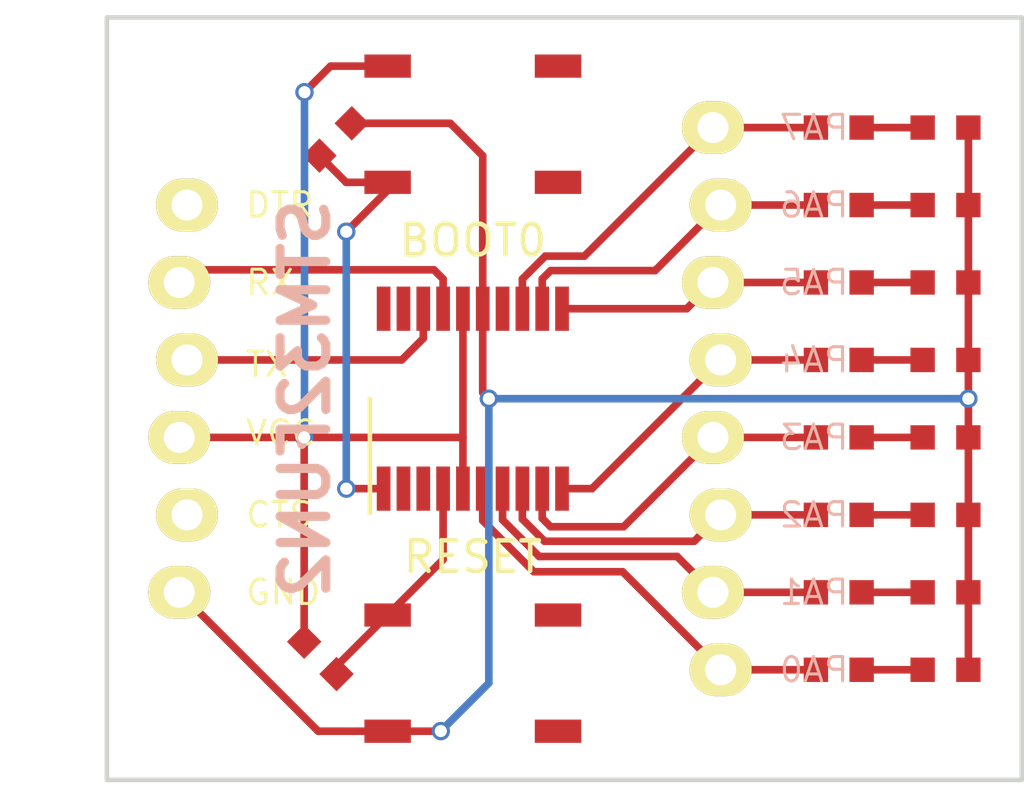
<source format=kicad_pcb>
(kicad_pcb (version 4) (host pcbnew 4.0.2+dfsg1-stable)

  (general
    (links 45)
    (no_connects 0)
    (area 134.294999 76.565 168.075001 104.285)
    (thickness 1.6)
    (drawings 5)
    (tracks 97)
    (zones 0)
    (modules 23)
    (nets 23)
  )

  (page A4)
  (layers
    (0 F.Cu signal)
    (31 B.Cu signal)
    (32 B.Adhes user)
    (33 F.Adhes user)
    (34 B.Paste user)
    (35 F.Paste user)
    (36 B.SilkS user)
    (37 F.SilkS user)
    (38 B.Mask user)
    (39 F.Mask user)
    (40 Dwgs.User user)
    (41 Cmts.User user)
    (42 Eco1.User user)
    (43 Eco2.User user)
    (44 Edge.Cuts user)
    (45 Margin user)
    (46 B.CrtYd user)
    (47 F.CrtYd user)
    (48 B.Fab user)
    (49 F.Fab user)
  )

  (setup
    (last_trace_width 0.25)
    (trace_clearance 0.2)
    (zone_clearance 0.508)
    (zone_45_only no)
    (trace_min 0.2)
    (segment_width 0.2)
    (edge_width 0.15)
    (via_size 0.6)
    (via_drill 0.4)
    (via_min_size 0.4)
    (via_min_drill 0.3)
    (uvia_size 0.3)
    (uvia_drill 0.1)
    (uvias_allowed no)
    (uvia_min_size 0.2)
    (uvia_min_drill 0.1)
    (pcb_text_width 0.3)
    (pcb_text_size 1.5 1.5)
    (mod_edge_width 0.15)
    (mod_text_size 1 1)
    (mod_text_width 0.15)
    (pad_size 0.8 0.8)
    (pad_drill 0)
    (pad_to_mask_clearance 0.2)
    (aux_axis_origin 0 0)
    (visible_elements FFFFFF7F)
    (pcbplotparams
      (layerselection 0x00030_80000001)
      (usegerberextensions false)
      (excludeedgelayer true)
      (linewidth 0.150000)
      (plotframeref false)
      (viasonmask false)
      (mode 1)
      (useauxorigin false)
      (hpglpennumber 1)
      (hpglpenspeed 20)
      (hpglpendiameter 15)
      (hpglpenoverlay 2)
      (psnegative false)
      (psa4output false)
      (plotreference true)
      (plotvalue true)
      (plotinvisibletext false)
      (padsonsilk false)
      (subtractmaskfromsilk false)
      (outputformat 1)
      (mirror false)
      (drillshape 1)
      (scaleselection 1)
      (outputdirectory ""))
  )

  (net 0 "")
  (net 1 /gnd)
  (net 2 /vcc)
  (net 3 /reset)
  (net 4 /boot0)
  (net 5 /rx)
  (net 6 /tx)
  (net 7 /pa0)
  (net 8 /pa1)
  (net 9 /pa2)
  (net 10 /pa3)
  (net 11 /pa4)
  (net 12 /pa5)
  (net 13 /pa6)
  (net 14 /pa7)
  (net 15 /x0)
  (net 16 /x1)
  (net 17 /x2)
  (net 18 /x3)
  (net 19 /x4)
  (net 20 /x5)
  (net 21 /x6)
  (net 22 /x7)

  (net_class Default "This is the default net class."
    (clearance 0.2)
    (trace_width 0.25)
    (via_dia 0.6)
    (via_drill 0.4)
    (uvia_dia 0.3)
    (uvia_drill 0.1)
    (add_net /boot0)
    (add_net /gnd)
    (add_net /pa0)
    (add_net /pa1)
    (add_net /pa2)
    (add_net /pa3)
    (add_net /pa4)
    (add_net /pa5)
    (add_net /pa6)
    (add_net /pa7)
    (add_net /reset)
    (add_net /rx)
    (add_net /tx)
    (add_net /vcc)
    (add_net /x0)
    (add_net /x1)
    (add_net /x2)
    (add_net /x3)
    (add_net /x4)
    (add_net /x5)
    (add_net /x6)
    (add_net /x7)
  )

  (module 00_my_modules:arduino_header1x5wiggle (layer F.Cu) (tedit 5E703F62) (tstamp 5E704296)
    (at 140.5 90.5)
    (descr "Through hole pin header")
    (tags "pin header")
    (fp_text reference "" (at 0 -2.4) (layer F.SilkS)
      (effects (font (size 0.5 0.5) (thickness 0.01)))
    )
    (fp_text value "" (at 0 -3.1) (layer F.Fab)
      (effects (font (size 0.5 0.5) (thickness 0.01)))
    )
    (fp_text user DTR (at 2 -6.35) (layer F.SilkS)
      (effects (font (size 0.8 0.8) (thickness 0.1)) (justify left))
    )
    (fp_text user RX (at 2 -3.81) (layer F.SilkS)
      (effects (font (size 0.8 0.8) (thickness 0.1)) (justify left))
    )
    (fp_text user TX (at 2 -1.127) (layer F.SilkS)
      (effects (font (size 0.8 0.8) (thickness 0.1)) (justify left))
    )
    (fp_text user VCC (at 2 1.127) (layer F.SilkS)
      (effects (font (size 0.8 0.8) (thickness 0.1)) (justify left))
    )
    (fp_text user CTS (at 2 3.81) (layer F.SilkS)
      (effects (font (size 0.8 0.8) (thickness 0.1)) (justify left))
    )
    (fp_text user GND (at 2 6.35) (layer F.SilkS)
      (effects (font (size 0.8 0.8) (thickness 0.1)) (justify left))
    )
    (fp_line (start -1.75 -8.1) (end -1.75 8.1) (layer F.CrtYd) (width 0.05))
    (fp_line (start 1.75 -8.1) (end 1.75 8.1) (layer F.CrtYd) (width 0.05))
    (fp_line (start -1.75 -8.1) (end 1.75 -8.1) (layer F.CrtYd) (width 0.05))
    (fp_line (start -1.75 8.1) (end 1.75 8.1) (layer F.CrtYd) (width 0.05))
    (fp_line (start -6 -6.35) (end 6 -6.35) (layer F.CrtYd) (width 0.01))
    (fp_line (start -6 0) (end 6 0) (layer F.CrtYd) (width 0.01))
    (fp_line (start -6 6.35) (end 6 6.35) (layer F.CrtYd) (width 0.01))
    (pad DTR thru_hole oval (at 0.127 -6.35) (size 2.032 1.7272) (drill 1.016) (layers *.Cu *.Mask F.SilkS))
    (pad RX thru_hole oval (at -0.127 -3.81) (size 2.032 1.7272) (drill 1.016) (layers *.Cu *.Mask F.SilkS)
      (net 6 /tx))
    (pad TX thru_hole oval (at 0.127 -1.27) (size 2.032 1.7272) (drill 1.016) (layers *.Cu *.Mask F.SilkS)
      (net 5 /rx))
    (pad VCC thru_hole oval (at -0.127 1.27) (size 2.032 1.7272) (drill 1.016) (layers *.Cu *.Mask F.SilkS)
      (net 2 /vcc))
    (pad CTS thru_hole oval (at 0.127 3.81) (size 2.032 1.7272) (drill 1.016) (layers *.Cu *.Mask F.SilkS))
    (pad GND thru_hole oval (at -0.127 6.35) (size 2.032 1.7272) (drill 1.016) (layers *.Cu *.Mask F.SilkS)
      (net 1 /gnd))
  )

  (module 00_my_modules:STM32 (layer F.Cu) (tedit 5E70458C) (tstamp 5E704B35)
    (at 150 90.5 90)
    (descr STM32)
    (tags STM32)
    (attr smd)
    (fp_text reference STM32 (at 0 0 180) (layer F.Fab)
      (effects (font (size 0.8 0.8) (thickness 0.1)))
    )
    (fp_text value "" (at -1.5 -3 90) (layer F.Fab)
      (effects (font (size 0.5 0.5) (thickness 0.01)))
    )
    (fp_line (start -3.95 -3.55) (end -3.95 3.55) (layer F.CrtYd) (width 0.05))
    (fp_line (start 3.95 -3.55) (end 3.95 3.55) (layer F.CrtYd) (width 0.05))
    (fp_line (start -3.95 -3.55) (end 3.95 -3.55) (layer F.CrtYd) (width 0.05))
    (fp_line (start -3.95 3.55) (end 3.95 3.55) (layer F.CrtYd) (width 0.05))
    (fp_line (start -3.75 -3.375) (end 0 -3.375) (layer F.SilkS) (width 0.15))
    (fp_line (start -2.2 -3.25) (end 2.2 -3.25) (layer F.Fab) (width 0.01))
    (fp_line (start -2.2 3.25) (end 2.2 3.25) (layer F.Fab) (width 0.01))
    (fp_line (start -2.2 -3.25) (end -2.2 3.25) (layer F.Fab) (width 0.01))
    (fp_line (start 2.2 -3.25) (end 2.2 3.25) (layer F.Fab) (width 0.01))
    (fp_line (start -6 0) (end 6 0) (layer F.CrtYd) (width 0.01))
    (fp_line (start 0 -6) (end 0 6) (layer F.CrtYd) (width 0.01))
    (pad BOOT smd rect (at -2.95 -2.925 90) (size 1.45 0.45) (layers F.Cu F.Paste F.Mask)
      (net 4 /boot0))
    (pad 2 smd rect (at -2.95 -2.275 90) (size 1.45 0.45) (layers F.Cu F.Paste F.Mask))
    (pad 3 smd rect (at -2.95 -1.625 90) (size 1.45 0.45) (layers F.Cu F.Paste F.Mask))
    (pad NRST smd rect (at -2.95 -0.975 90) (size 1.45 0.45) (layers F.Cu F.Paste F.Mask)
      (net 3 /reset))
    (pad VCC smd rect (at -2.95 -0.325 90) (size 1.45 0.45) (layers F.Cu F.Paste F.Mask)
      (net 2 /vcc))
    (pad PA0 smd rect (at -2.95 0.325 90) (size 1.45 0.45) (layers F.Cu F.Paste F.Mask)
      (net 7 /pa0))
    (pad PA1 smd rect (at -2.95 0.975 90) (size 1.45 0.45) (layers F.Cu F.Paste F.Mask)
      (net 8 /pa1))
    (pad PA2 smd rect (at -2.95 1.625 90) (size 1.45 0.45) (layers F.Cu F.Paste F.Mask)
      (net 9 /pa2))
    (pad PA3 smd rect (at -2.95 2.275 90) (size 1.45 0.45) (layers F.Cu F.Paste F.Mask)
      (net 10 /pa3))
    (pad PA4 smd rect (at -2.95 2.925 90) (size 1.45 0.45) (layers F.Cu F.Paste F.Mask)
      (net 11 /pa4))
    (pad PA5 smd rect (at 2.95 2.925 90) (size 1.45 0.45) (layers F.Cu F.Paste F.Mask)
      (net 12 /pa5))
    (pad PA6 smd rect (at 2.95 2.275 90) (size 1.45 0.45) (layers F.Cu F.Paste F.Mask)
      (net 13 /pa6))
    (pad PA7 smd rect (at 2.95 1.625 90) (size 1.45 0.45) (layers F.Cu F.Paste F.Mask)
      (net 14 /pa7))
    (pad PB1 smd rect (at 2.95 0.975 90) (size 1.45 0.45) (layers F.Cu F.Paste F.Mask))
    (pad GND smd rect (at 2.95 0.325 90) (size 1.45 0.45) (layers F.Cu F.Paste F.Mask)
      (net 1 /gnd))
    (pad VCC smd rect (at 2.95 -0.325 90) (size 1.45 0.45) (layers F.Cu F.Paste F.Mask)
      (net 2 /vcc))
    (pad TX smd rect (at 2.95 -0.975 90) (size 1.45 0.45) (layers F.Cu F.Paste F.Mask)
      (net 6 /tx))
    (pad RX smd rect (at 2.95 -1.625 90) (size 1.45 0.45) (layers F.Cu F.Paste F.Mask)
      (net 5 /rx))
    (pad DIO smd rect (at 2.95 -2.275 90) (size 1.45 0.45) (layers F.Cu F.Paste F.Mask))
    (pad CLK smd rect (at 2.95 -2.925 90) (size 1.45 0.45) (layers F.Cu F.Paste F.Mask))
  )

  (module 00_my_modules:header1x8wiggle (layer F.Cu) (tedit 5E704125) (tstamp 5E705389)
    (at 158 90.5)
    (descr "Through hole pin header")
    (tags "pin header")
    (fp_text reference "" (at 0 -2.4) (layer F.SilkS)
      (effects (font (size 0.5 0.5) (thickness 0.01)))
    )
    (fp_text value "" (at 0 -3.1) (layer F.Fab)
      (effects (font (size 0.5 0.5) (thickness 0.01)))
    )
    (fp_text user PA7 (at 2 -8.89) (layer B.SilkS)
      (effects (font (size 0.8 0.8) (thickness 0.1)) (justify right mirror))
    )
    (fp_text user PA6 (at 2 -6.35) (layer B.SilkS)
      (effects (font (size 0.8 0.8) (thickness 0.1)) (justify right mirror))
    )
    (fp_text user PA5 (at 2 -3.81) (layer B.SilkS)
      (effects (font (size 0.8 0.8) (thickness 0.1)) (justify right mirror))
    )
    (fp_text user PA4 (at 2 -1.27) (layer B.SilkS)
      (effects (font (size 0.8 0.8) (thickness 0.1)) (justify right mirror))
    )
    (fp_text user PA3 (at 2 1.27) (layer B.SilkS)
      (effects (font (size 0.8 0.8) (thickness 0.1)) (justify right mirror))
    )
    (fp_text user PA2 (at 2 3.81) (layer B.SilkS)
      (effects (font (size 0.8 0.8) (thickness 0.1)) (justify right mirror))
    )
    (fp_text user PA1 (at 2 6.35) (layer B.SilkS)
      (effects (font (size 0.8 0.8) (thickness 0.1)) (justify right mirror))
    )
    (fp_text user PA0 (at 2 8.89) (layer B.SilkS)
      (effects (font (size 0.8 0.8) (thickness 0.1)) (justify right mirror))
    )
    (fp_line (start -1.75 -10.64) (end -1.75 10.64) (layer F.CrtYd) (width 0.05))
    (fp_line (start 1.75 -10.64) (end 1.75 10.64) (layer F.CrtYd) (width 0.05))
    (fp_line (start -1.75 -10.64) (end 1.75 -10.64) (layer F.CrtYd) (width 0.05))
    (fp_line (start -1.75 10.64) (end 1.75 10.64) (layer F.CrtYd) (width 0.05))
    (fp_line (start -6 -8.89) (end 6 -8.89) (layer F.CrtYd) (width 0.01))
    (fp_line (start -6 0) (end 6 0) (layer F.CrtYd) (width 0.01))
    (fp_line (start -6 8.89) (end 6 8.89) (layer F.CrtYd) (width 0.01))
    (pad 7 thru_hole oval (at -0.127 -8.89) (size 2.032 1.7272) (drill 1.016) (layers *.Cu *.Mask F.SilkS)
      (net 14 /pa7))
    (pad 6 thru_hole oval (at 0.127 -6.35) (size 2.032 1.7272) (drill 1.016) (layers *.Cu *.Mask F.SilkS)
      (net 13 /pa6))
    (pad 5 thru_hole oval (at -0.127 -3.81) (size 2.032 1.7272) (drill 1.016) (layers *.Cu *.Mask F.SilkS)
      (net 12 /pa5))
    (pad 4 thru_hole oval (at 0.127 -1.27) (size 2.032 1.7272) (drill 1.016) (layers *.Cu *.Mask F.SilkS)
      (net 11 /pa4))
    (pad 3 thru_hole oval (at -0.127 1.27) (size 2.032 1.7272) (drill 1.016) (layers *.Cu *.Mask F.SilkS)
      (net 10 /pa3))
    (pad 2 thru_hole oval (at 0.127 3.81) (size 2.032 1.7272) (drill 1.016) (layers *.Cu *.Mask F.SilkS)
      (net 9 /pa2))
    (pad 1 thru_hole oval (at -0.127 6.35) (size 2.032 1.7272) (drill 1.016) (layers *.Cu *.Mask F.SilkS)
      (net 8 /pa1))
    (pad 0 thru_hole oval (at 0.127 8.89) (size 2.032 1.7272) (drill 1.016) (layers *.Cu *.Mask F.SilkS)
      (net 7 /pa0))
  )

  (module 00_my_modules:BUTTON4_SMD (layer F.Cu) (tedit 5E704811) (tstamp 5E705BD2)
    (at 150 81.5 180)
    (descr button4_smd)
    (tags "SPST button tactile switch")
    (fp_text reference BOOT0 (at 0 -3.81 180) (layer F.SilkS)
      (effects (font (size 1 1) (thickness 0.15)))
    )
    (fp_text value "" (at 0 3.81 180) (layer F.Fab)
      (effects (font (size 1 1) (thickness 0.15)))
    )
    (fp_line (start -1.54 -2.54) (end -2.54 -1.54) (layer F.Fab) (width 0.2032))
    (fp_line (start -2.54 -1.24) (end -2.54 1.27) (layer F.Fab) (width 0.2032))
    (fp_line (start -2.54 1.54) (end -1.54 2.54) (layer F.Fab) (width 0.2032))
    (fp_line (start -1.54 2.54) (end 1.54 2.54) (layer F.Fab) (width 0.2032))
    (fp_line (start 1.54 2.54) (end 2.54 1.54) (layer F.Fab) (width 0.2032))
    (fp_line (start 2.54 1.24) (end 2.54 -1.24) (layer F.Fab) (width 0.2032))
    (fp_line (start 2.54 -1.54) (end 1.54 -2.54) (layer F.Fab) (width 0.2032))
    (fp_line (start 1.54 -2.54) (end -1.54 -2.54) (layer F.Fab) (width 0.2032))
    (fp_line (start 1.905 1.27) (end 1.905 0.445) (layer F.Fab) (width 0.127))
    (fp_line (start 1.905 0.445) (end 2.16 -0.01) (layer F.Fab) (width 0.127))
    (fp_line (start 1.905 -0.23) (end 1.905 -1.115) (layer F.Fab) (width 0.127))
    (fp_circle (center 0 0) (end 0 1.27) (layer F.Fab) (width 0.2032))
    (pad 1 smd rect (at -2.794 1.905 180) (size 1.524 0.762) (layers F.Cu F.Paste F.Mask))
    (pad 2 smd rect (at 2.794 1.905 180) (size 1.524 0.762) (layers F.Cu F.Paste F.Mask)
      (net 2 /vcc))
    (pad 3 smd rect (at -2.794 -1.905 180) (size 1.524 0.762) (layers F.Cu F.Paste F.Mask))
    (pad 4 smd rect (at 2.794 -1.905 180) (size 1.524 0.762) (layers F.Cu F.Paste F.Mask)
      (net 4 /boot0))
  )

  (module 00_my_modules:BUTTON4_SMD (layer F.Cu) (tedit 5E704555) (tstamp 5E705BF9)
    (at 150 99.5)
    (descr button4_smd)
    (tags "SPST button tactile switch")
    (fp_text reference RESET (at 0 -3.81) (layer F.SilkS)
      (effects (font (size 1 1) (thickness 0.15)))
    )
    (fp_text value "" (at 0 3.81) (layer F.Fab)
      (effects (font (size 1 1) (thickness 0.15)))
    )
    (fp_line (start -1.54 -2.54) (end -2.54 -1.54) (layer F.Fab) (width 0.2032))
    (fp_line (start -2.54 -1.24) (end -2.54 1.27) (layer F.Fab) (width 0.2032))
    (fp_line (start -2.54 1.54) (end -1.54 2.54) (layer F.Fab) (width 0.2032))
    (fp_line (start -1.54 2.54) (end 1.54 2.54) (layer F.Fab) (width 0.2032))
    (fp_line (start 1.54 2.54) (end 2.54 1.54) (layer F.Fab) (width 0.2032))
    (fp_line (start 2.54 1.24) (end 2.54 -1.24) (layer F.Fab) (width 0.2032))
    (fp_line (start 2.54 -1.54) (end 1.54 -2.54) (layer F.Fab) (width 0.2032))
    (fp_line (start 1.54 -2.54) (end -1.54 -2.54) (layer F.Fab) (width 0.2032))
    (fp_line (start 1.905 1.27) (end 1.905 0.445) (layer F.Fab) (width 0.127))
    (fp_line (start 1.905 0.445) (end 2.16 -0.01) (layer F.Fab) (width 0.127))
    (fp_line (start 1.905 -0.23) (end 1.905 -1.115) (layer F.Fab) (width 0.127))
    (fp_circle (center 0 0) (end 0 1.27) (layer F.Fab) (width 0.2032))
    (pad 1 smd rect (at -2.794 1.905) (size 1.524 0.762) (layers F.Cu F.Paste F.Mask)
      (net 1 /gnd))
    (pad 2 smd rect (at 2.794 1.905) (size 1.524 0.762) (layers F.Cu F.Paste F.Mask))
    (pad 3 smd rect (at -2.794 -1.905) (size 1.524 0.762) (layers F.Cu F.Paste F.Mask)
      (net 3 /reset))
    (pad 4 smd rect (at 2.794 -1.905) (size 1.524 0.762) (layers F.Cu F.Paste F.Mask))
  )

  (module 00_my_modules:L_0603 (layer F.Cu) (tedit 5E7043C0) (tstamp 5E70460E)
    (at 162 81.61)
    (descr L_0603)
    (tags "led 0603")
    (attr smd)
    (fp_text reference L (at 0 -0.6) (layer F.Fab)
      (effects (font (size 0.1 0.1) (thickness 0.01)))
    )
    (fp_text value "" (at 0 0.6) (layer F.Fab)
      (effects (font (size 0.1 0.1) (thickness 0.01)))
    )
    (fp_line (start -1.2 -0.45) (end 1.2 -0.45) (layer F.CrtYd) (width 0.01))
    (fp_line (start -1.2 0.45) (end 1.2 0.45) (layer F.CrtYd) (width 0.01))
    (fp_line (start -1.2 -0.45) (end -1.2 0.45) (layer F.CrtYd) (width 0.01))
    (fp_line (start 1.2 -0.45) (end 1.2 0.45) (layer F.CrtYd) (width 0.01))
    (fp_line (start -0.1 0) (end 0.1 0.2) (layer F.CrtYd) (width 0.01))
    (fp_line (start -0.1 0) (end 0.1 -0.2) (layer F.CrtYd) (width 0.01))
    (fp_line (start -0.1 0.2) (end -0.1 -0.2) (layer F.CrtYd) (width 0.01))
    (fp_line (start 0.1 0.2) (end 0.1 -0.2) (layer F.CrtYd) (width 0.01))
    (pad 1 smd rect (at -0.75 0) (size 0.8 0.8) (layers F.Cu F.Paste F.Mask)
      (net 14 /pa7))
    (pad 2 smd rect (at 0.75 0) (size 0.8 0.8) (layers F.Cu F.Paste F.Mask)
      (net 22 /x7))
  )

  (module 00_my_modules:L_0603 (layer F.Cu) (tedit 5E7043CB) (tstamp 5E70460E)
    (at 162 84.15)
    (descr L_0603)
    (tags "led 0603")
    (attr smd)
    (fp_text reference L (at 0 -0.6) (layer F.Fab)
      (effects (font (size 0.1 0.1) (thickness 0.01)))
    )
    (fp_text value "" (at 0 0.6) (layer F.Fab)
      (effects (font (size 0.1 0.1) (thickness 0.01)))
    )
    (fp_line (start -1.2 -0.45) (end 1.2 -0.45) (layer F.CrtYd) (width 0.01))
    (fp_line (start -1.2 0.45) (end 1.2 0.45) (layer F.CrtYd) (width 0.01))
    (fp_line (start -1.2 -0.45) (end -1.2 0.45) (layer F.CrtYd) (width 0.01))
    (fp_line (start 1.2 -0.45) (end 1.2 0.45) (layer F.CrtYd) (width 0.01))
    (fp_line (start -0.1 0) (end 0.1 0.2) (layer F.CrtYd) (width 0.01))
    (fp_line (start -0.1 0) (end 0.1 -0.2) (layer F.CrtYd) (width 0.01))
    (fp_line (start -0.1 0.2) (end -0.1 -0.2) (layer F.CrtYd) (width 0.01))
    (fp_line (start 0.1 0.2) (end 0.1 -0.2) (layer F.CrtYd) (width 0.01))
    (pad 1 smd rect (at -0.75 0) (size 0.8 0.8) (layers F.Cu F.Paste F.Mask)
      (net 13 /pa6))
    (pad 2 smd rect (at 0.75 0) (size 0.8 0.8) (layers F.Cu F.Paste F.Mask)
      (net 21 /x6))
  )

  (module 00_my_modules:L_0603 (layer F.Cu) (tedit 5E7043D7) (tstamp 5E70460E)
    (at 162 86.69)
    (descr L_0603)
    (tags "led 0603")
    (attr smd)
    (fp_text reference L (at 0 -0.6) (layer F.Fab)
      (effects (font (size 0.1 0.1) (thickness 0.01)))
    )
    (fp_text value "" (at 0 0.6) (layer F.Fab)
      (effects (font (size 0.1 0.1) (thickness 0.01)))
    )
    (fp_line (start -1.2 -0.45) (end 1.2 -0.45) (layer F.CrtYd) (width 0.01))
    (fp_line (start -1.2 0.45) (end 1.2 0.45) (layer F.CrtYd) (width 0.01))
    (fp_line (start -1.2 -0.45) (end -1.2 0.45) (layer F.CrtYd) (width 0.01))
    (fp_line (start 1.2 -0.45) (end 1.2 0.45) (layer F.CrtYd) (width 0.01))
    (fp_line (start -0.1 0) (end 0.1 0.2) (layer F.CrtYd) (width 0.01))
    (fp_line (start -0.1 0) (end 0.1 -0.2) (layer F.CrtYd) (width 0.01))
    (fp_line (start -0.1 0.2) (end -0.1 -0.2) (layer F.CrtYd) (width 0.01))
    (fp_line (start 0.1 0.2) (end 0.1 -0.2) (layer F.CrtYd) (width 0.01))
    (pad 1 smd rect (at -0.75 0) (size 0.8 0.8) (layers F.Cu F.Paste F.Mask)
      (net 12 /pa5))
    (pad 2 smd rect (at 0.75 0) (size 0.8 0.8) (layers F.Cu F.Paste F.Mask)
      (net 20 /x5))
  )

  (module 00_my_modules:L_0603 (layer F.Cu) (tedit 5E70441F) (tstamp 5E70460E)
    (at 162 89.23)
    (descr L_0603)
    (tags "led 0603")
    (attr smd)
    (fp_text reference L (at 0 -0.6) (layer F.Fab)
      (effects (font (size 0.1 0.1) (thickness 0.01)))
    )
    (fp_text value "" (at 0 0.6) (layer F.Fab)
      (effects (font (size 0.1 0.1) (thickness 0.01)))
    )
    (fp_line (start -1.2 -0.45) (end 1.2 -0.45) (layer F.CrtYd) (width 0.01))
    (fp_line (start -1.2 0.45) (end 1.2 0.45) (layer F.CrtYd) (width 0.01))
    (fp_line (start -1.2 -0.45) (end -1.2 0.45) (layer F.CrtYd) (width 0.01))
    (fp_line (start 1.2 -0.45) (end 1.2 0.45) (layer F.CrtYd) (width 0.01))
    (fp_line (start -0.1 0) (end 0.1 0.2) (layer F.CrtYd) (width 0.01))
    (fp_line (start -0.1 0) (end 0.1 -0.2) (layer F.CrtYd) (width 0.01))
    (fp_line (start -0.1 0.2) (end -0.1 -0.2) (layer F.CrtYd) (width 0.01))
    (fp_line (start 0.1 0.2) (end 0.1 -0.2) (layer F.CrtYd) (width 0.01))
    (pad 1 smd rect (at -0.75 0) (size 0.8 0.8) (layers F.Cu F.Paste F.Mask)
      (net 11 /pa4))
    (pad 4 smd rect (at 0.75 0) (size 0.8 0.8) (layers F.Cu F.Paste F.Mask)
      (net 19 /x4))
  )

  (module 00_my_modules:L_0603 (layer F.Cu) (tedit 5E704407) (tstamp 5E70460E)
    (at 162 91.77)
    (descr L_0603)
    (tags "led 0603")
    (attr smd)
    (fp_text reference L (at 0 -0.6) (layer F.Fab)
      (effects (font (size 0.1 0.1) (thickness 0.01)))
    )
    (fp_text value "" (at 0 0.6) (layer F.Fab)
      (effects (font (size 0.1 0.1) (thickness 0.01)))
    )
    (fp_line (start -1.2 -0.45) (end 1.2 -0.45) (layer F.CrtYd) (width 0.01))
    (fp_line (start -1.2 0.45) (end 1.2 0.45) (layer F.CrtYd) (width 0.01))
    (fp_line (start -1.2 -0.45) (end -1.2 0.45) (layer F.CrtYd) (width 0.01))
    (fp_line (start 1.2 -0.45) (end 1.2 0.45) (layer F.CrtYd) (width 0.01))
    (fp_line (start -0.1 0) (end 0.1 0.2) (layer F.CrtYd) (width 0.01))
    (fp_line (start -0.1 0) (end 0.1 -0.2) (layer F.CrtYd) (width 0.01))
    (fp_line (start -0.1 0.2) (end -0.1 -0.2) (layer F.CrtYd) (width 0.01))
    (fp_line (start 0.1 0.2) (end 0.1 -0.2) (layer F.CrtYd) (width 0.01))
    (pad 1 smd rect (at -0.75 0) (size 0.8 0.8) (layers F.Cu F.Paste F.Mask)
      (net 10 /pa3))
    (pad 2 smd rect (at 0.75 0) (size 0.8 0.8) (layers F.Cu F.Paste F.Mask)
      (net 18 /x3))
  )

  (module 00_my_modules:L_0603 (layer F.Cu) (tedit 5E7043FD) (tstamp 5E70460E)
    (at 162 94.31)
    (descr L_0603)
    (tags "led 0603")
    (attr smd)
    (fp_text reference L (at 0 -0.6) (layer F.Fab)
      (effects (font (size 0.1 0.1) (thickness 0.01)))
    )
    (fp_text value "" (at 0 0.6) (layer F.Fab)
      (effects (font (size 0.1 0.1) (thickness 0.01)))
    )
    (fp_line (start -1.2 -0.45) (end 1.2 -0.45) (layer F.CrtYd) (width 0.01))
    (fp_line (start -1.2 0.45) (end 1.2 0.45) (layer F.CrtYd) (width 0.01))
    (fp_line (start -1.2 -0.45) (end -1.2 0.45) (layer F.CrtYd) (width 0.01))
    (fp_line (start 1.2 -0.45) (end 1.2 0.45) (layer F.CrtYd) (width 0.01))
    (fp_line (start -0.1 0) (end 0.1 0.2) (layer F.CrtYd) (width 0.01))
    (fp_line (start -0.1 0) (end 0.1 -0.2) (layer F.CrtYd) (width 0.01))
    (fp_line (start -0.1 0.2) (end -0.1 -0.2) (layer F.CrtYd) (width 0.01))
    (fp_line (start 0.1 0.2) (end 0.1 -0.2) (layer F.CrtYd) (width 0.01))
    (pad 1 smd rect (at -0.75 0) (size 0.8 0.8) (layers F.Cu F.Paste F.Mask)
      (net 9 /pa2))
    (pad 2 smd rect (at 0.75 0) (size 0.8 0.8) (layers F.Cu F.Paste F.Mask)
      (net 17 /x2))
  )

  (module 00_my_modules:L_0603 (layer F.Cu) (tedit 5E7043F3) (tstamp 5E70460E)
    (at 162 96.85)
    (descr L_0603)
    (tags "led 0603")
    (attr smd)
    (fp_text reference L (at 0 -0.6) (layer F.Fab)
      (effects (font (size 0.1 0.1) (thickness 0.01)))
    )
    (fp_text value "" (at 0 0.6) (layer F.Fab)
      (effects (font (size 0.1 0.1) (thickness 0.01)))
    )
    (fp_line (start -1.2 -0.45) (end 1.2 -0.45) (layer F.CrtYd) (width 0.01))
    (fp_line (start -1.2 0.45) (end 1.2 0.45) (layer F.CrtYd) (width 0.01))
    (fp_line (start -1.2 -0.45) (end -1.2 0.45) (layer F.CrtYd) (width 0.01))
    (fp_line (start 1.2 -0.45) (end 1.2 0.45) (layer F.CrtYd) (width 0.01))
    (fp_line (start -0.1 0) (end 0.1 0.2) (layer F.CrtYd) (width 0.01))
    (fp_line (start -0.1 0) (end 0.1 -0.2) (layer F.CrtYd) (width 0.01))
    (fp_line (start -0.1 0.2) (end -0.1 -0.2) (layer F.CrtYd) (width 0.01))
    (fp_line (start 0.1 0.2) (end 0.1 -0.2) (layer F.CrtYd) (width 0.01))
    (pad 1 smd rect (at -0.75 0) (size 0.8 0.8) (layers F.Cu F.Paste F.Mask)
      (net 8 /pa1))
    (pad 2 smd rect (at 0.75 0) (size 0.8 0.8) (layers F.Cu F.Paste F.Mask)
      (net 16 /x1))
  )

  (module 00_my_modules:L_0603 (layer F.Cu) (tedit 5E7043E8) (tstamp 5E70460E)
    (at 162 99.39)
    (descr L_0603)
    (tags "led 0603")
    (attr smd)
    (fp_text reference L (at 0 -0.6) (layer F.Fab)
      (effects (font (size 0.1 0.1) (thickness 0.01)))
    )
    (fp_text value "" (at 0 0.6) (layer F.Fab)
      (effects (font (size 0.1 0.1) (thickness 0.01)))
    )
    (fp_line (start -1.2 -0.45) (end 1.2 -0.45) (layer F.CrtYd) (width 0.01))
    (fp_line (start -1.2 0.45) (end 1.2 0.45) (layer F.CrtYd) (width 0.01))
    (fp_line (start -1.2 -0.45) (end -1.2 0.45) (layer F.CrtYd) (width 0.01))
    (fp_line (start 1.2 -0.45) (end 1.2 0.45) (layer F.CrtYd) (width 0.01))
    (fp_line (start -0.1 0) (end 0.1 0.2) (layer F.CrtYd) (width 0.01))
    (fp_line (start -0.1 0) (end 0.1 -0.2) (layer F.CrtYd) (width 0.01))
    (fp_line (start -0.1 0.2) (end -0.1 -0.2) (layer F.CrtYd) (width 0.01))
    (fp_line (start 0.1 0.2) (end 0.1 -0.2) (layer F.CrtYd) (width 0.01))
    (pad 1 smd rect (at -0.75 0) (size 0.8 0.8) (layers F.Cu F.Paste F.Mask)
      (net 7 /pa0))
    (pad 2 smd rect (at 0.75 0) (size 0.8 0.8) (layers F.Cu F.Paste F.Mask)
      (net 15 /x0))
  )

  (module 00_my_modules:R_0603 (layer F.Cu) (tedit 5E7043C5) (tstamp 5E704E26)
    (at 165.5 81.61)
    (descr R0603)
    (tags "resistor 0603")
    (attr smd)
    (fp_text reference R (at 0 0) (layer F.Fab)
      (effects (font (size 0.5 0.5) (thickness 0.1)))
    )
    (fp_text value "" (at 0 0) (layer F.Fab)
      (effects (font (size 0.5 0.5) (thickness 0.01)))
    )
    (fp_line (start -1.2 -0.45) (end 1.2 -0.45) (layer F.CrtYd) (width 0.01))
    (fp_line (start -1.2 0.45) (end 1.2 0.45) (layer F.CrtYd) (width 0.01))
    (fp_line (start -1.2 -0.45) (end -1.2 0.45) (layer F.CrtYd) (width 0.01))
    (fp_line (start 1.2 -0.45) (end 1.2 0.45) (layer F.CrtYd) (width 0.01))
    (pad 1 smd rect (at -0.75 0) (size 0.8 0.8) (layers F.Cu F.Paste F.Mask)
      (net 22 /x7))
    (pad 2 smd rect (at 0.75 0) (size 0.8 0.8) (layers F.Cu F.Paste F.Mask)
      (net 1 /gnd))
  )

  (module 00_my_modules:R_0603 (layer F.Cu) (tedit 5E7043D0) (tstamp 5E704E26)
    (at 165.5 84.15)
    (descr R0603)
    (tags "resistor 0603")
    (attr smd)
    (fp_text reference R (at 0 0) (layer F.Fab)
      (effects (font (size 0.5 0.5) (thickness 0.1)))
    )
    (fp_text value "" (at 0 0) (layer F.Fab)
      (effects (font (size 0.5 0.5) (thickness 0.01)))
    )
    (fp_line (start -1.2 -0.45) (end 1.2 -0.45) (layer F.CrtYd) (width 0.01))
    (fp_line (start -1.2 0.45) (end 1.2 0.45) (layer F.CrtYd) (width 0.01))
    (fp_line (start -1.2 -0.45) (end -1.2 0.45) (layer F.CrtYd) (width 0.01))
    (fp_line (start 1.2 -0.45) (end 1.2 0.45) (layer F.CrtYd) (width 0.01))
    (pad 1 smd rect (at -0.75 0) (size 0.8 0.8) (layers F.Cu F.Paste F.Mask)
      (net 21 /x6))
    (pad 2 smd rect (at 0.75 0) (size 0.8 0.8) (layers F.Cu F.Paste F.Mask)
      (net 1 /gnd))
  )

  (module 00_my_modules:R_0603 (layer F.Cu) (tedit 5E7043DC) (tstamp 5E704E26)
    (at 165.5 86.69)
    (descr R0603)
    (tags "resistor 0603")
    (attr smd)
    (fp_text reference R (at 0 0) (layer F.Fab)
      (effects (font (size 0.5 0.5) (thickness 0.1)))
    )
    (fp_text value "" (at 0 0) (layer F.Fab)
      (effects (font (size 0.5 0.5) (thickness 0.01)))
    )
    (fp_line (start -1.2 -0.45) (end 1.2 -0.45) (layer F.CrtYd) (width 0.01))
    (fp_line (start -1.2 0.45) (end 1.2 0.45) (layer F.CrtYd) (width 0.01))
    (fp_line (start -1.2 -0.45) (end -1.2 0.45) (layer F.CrtYd) (width 0.01))
    (fp_line (start 1.2 -0.45) (end 1.2 0.45) (layer F.CrtYd) (width 0.01))
    (pad 1 smd rect (at -0.75 0) (size 0.8 0.8) (layers F.Cu F.Paste F.Mask)
      (net 20 /x5))
    (pad 2 smd rect (at 0.75 0) (size 0.8 0.8) (layers F.Cu F.Paste F.Mask)
      (net 1 /gnd))
  )

  (module 00_my_modules:R_0603 (layer F.Cu) (tedit 5E704424) (tstamp 5E704E26)
    (at 165.5 89.23)
    (descr R0603)
    (tags "resistor 0603")
    (attr smd)
    (fp_text reference R (at 0 0) (layer F.Fab)
      (effects (font (size 0.5 0.5) (thickness 0.1)))
    )
    (fp_text value "" (at 0 0) (layer F.Fab)
      (effects (font (size 0.5 0.5) (thickness 0.01)))
    )
    (fp_line (start -1.2 -0.45) (end 1.2 -0.45) (layer F.CrtYd) (width 0.01))
    (fp_line (start -1.2 0.45) (end 1.2 0.45) (layer F.CrtYd) (width 0.01))
    (fp_line (start -1.2 -0.45) (end -1.2 0.45) (layer F.CrtYd) (width 0.01))
    (fp_line (start 1.2 -0.45) (end 1.2 0.45) (layer F.CrtYd) (width 0.01))
    (pad 1 smd rect (at -0.75 0) (size 0.8 0.8) (layers F.Cu F.Paste F.Mask)
      (net 19 /x4))
    (pad 2 smd rect (at 0.75 0) (size 0.8 0.8) (layers F.Cu F.Paste F.Mask)
      (net 1 /gnd))
  )

  (module 00_my_modules:R_0603 (layer F.Cu) (tedit 5E70440C) (tstamp 5E704E26)
    (at 165.5 91.77)
    (descr R0603)
    (tags "resistor 0603")
    (attr smd)
    (fp_text reference R (at 0 0) (layer F.Fab)
      (effects (font (size 0.5 0.5) (thickness 0.1)))
    )
    (fp_text value "" (at 0 0) (layer F.Fab)
      (effects (font (size 0.5 0.5) (thickness 0.01)))
    )
    (fp_line (start -1.2 -0.45) (end 1.2 -0.45) (layer F.CrtYd) (width 0.01))
    (fp_line (start -1.2 0.45) (end 1.2 0.45) (layer F.CrtYd) (width 0.01))
    (fp_line (start -1.2 -0.45) (end -1.2 0.45) (layer F.CrtYd) (width 0.01))
    (fp_line (start 1.2 -0.45) (end 1.2 0.45) (layer F.CrtYd) (width 0.01))
    (pad 1 smd rect (at -0.75 0) (size 0.8 0.8) (layers F.Cu F.Paste F.Mask)
      (net 18 /x3))
    (pad 2 smd rect (at 0.75 0) (size 0.8 0.8) (layers F.Cu F.Paste F.Mask)
      (net 1 /gnd))
  )

  (module 00_my_modules:R_0603 (layer F.Cu) (tedit 5E704402) (tstamp 5E704E26)
    (at 165.5 94.31)
    (descr R0603)
    (tags "resistor 0603")
    (attr smd)
    (fp_text reference R (at 0 0) (layer F.Fab)
      (effects (font (size 0.5 0.5) (thickness 0.1)))
    )
    (fp_text value "" (at 0 0) (layer F.Fab)
      (effects (font (size 0.5 0.5) (thickness 0.01)))
    )
    (fp_line (start -1.2 -0.45) (end 1.2 -0.45) (layer F.CrtYd) (width 0.01))
    (fp_line (start -1.2 0.45) (end 1.2 0.45) (layer F.CrtYd) (width 0.01))
    (fp_line (start -1.2 -0.45) (end -1.2 0.45) (layer F.CrtYd) (width 0.01))
    (fp_line (start 1.2 -0.45) (end 1.2 0.45) (layer F.CrtYd) (width 0.01))
    (pad 1 smd rect (at -0.75 0) (size 0.8 0.8) (layers F.Cu F.Paste F.Mask)
      (net 17 /x2))
    (pad 2 smd rect (at 0.75 0) (size 0.8 0.8) (layers F.Cu F.Paste F.Mask)
      (net 1 /gnd))
  )

  (module 00_my_modules:R_0603 (layer F.Cu) (tedit 5E7043F7) (tstamp 5E704E26)
    (at 165.5 96.85)
    (descr R0603)
    (tags "resistor 0603")
    (attr smd)
    (fp_text reference R (at 0 0) (layer F.Fab)
      (effects (font (size 0.5 0.5) (thickness 0.1)))
    )
    (fp_text value "" (at 0 0) (layer F.Fab)
      (effects (font (size 0.5 0.5) (thickness 0.01)))
    )
    (fp_line (start -1.2 -0.45) (end 1.2 -0.45) (layer F.CrtYd) (width 0.01))
    (fp_line (start -1.2 0.45) (end 1.2 0.45) (layer F.CrtYd) (width 0.01))
    (fp_line (start -1.2 -0.45) (end -1.2 0.45) (layer F.CrtYd) (width 0.01))
    (fp_line (start 1.2 -0.45) (end 1.2 0.45) (layer F.CrtYd) (width 0.01))
    (pad 1 smd rect (at -0.75 0) (size 0.8 0.8) (layers F.Cu F.Paste F.Mask)
      (net 16 /x1))
    (pad 2 smd rect (at 0.75 0) (size 0.8 0.8) (layers F.Cu F.Paste F.Mask)
      (net 1 /gnd))
  )

  (module 00_my_modules:R_0603 (layer F.Cu) (tedit 5E7043ED) (tstamp 5E704E26)
    (at 165.5 99.39)
    (descr R0603)
    (tags "resistor 0603")
    (attr smd)
    (fp_text reference R (at 0 0) (layer F.Fab)
      (effects (font (size 0.5 0.5) (thickness 0.1)))
    )
    (fp_text value "" (at 0 0) (layer F.Fab)
      (effects (font (size 0.5 0.5) (thickness 0.01)))
    )
    (fp_line (start -1.2 -0.45) (end 1.2 -0.45) (layer F.CrtYd) (width 0.01))
    (fp_line (start -1.2 0.45) (end 1.2 0.45) (layer F.CrtYd) (width 0.01))
    (fp_line (start -1.2 -0.45) (end -1.2 0.45) (layer F.CrtYd) (width 0.01))
    (fp_line (start 1.2 -0.45) (end 1.2 0.45) (layer F.CrtYd) (width 0.01))
    (pad 1 smd rect (at -0.75 0) (size 0.8 0.8) (layers F.Cu F.Paste F.Mask)
      (net 15 /x0))
    (pad 2 smd rect (at 0.75 0) (size 0.8 0.8) (layers F.Cu F.Paste F.Mask)
      (net 1 /gnd))
  )

  (module 00_my_modules:R_0603 (layer F.Cu) (tedit 5E70482E) (tstamp 5E704F8B)
    (at 145 99 315)
    (descr R0603)
    (tags "resistor 0603")
    (attr smd)
    (fp_text reference R (at 0 0 315) (layer F.Fab)
      (effects (font (size 0.5 0.5) (thickness 0.1)))
    )
    (fp_text value "" (at 0 0 315) (layer F.Fab)
      (effects (font (size 0.5 0.5) (thickness 0.01)))
    )
    (fp_line (start -1.2 -0.45) (end 1.2 -0.45) (layer F.CrtYd) (width 0.01))
    (fp_line (start -1.2 0.45) (end 1.2 0.45) (layer F.CrtYd) (width 0.01))
    (fp_line (start -1.2 -0.45) (end -1.2 0.45) (layer F.CrtYd) (width 0.01))
    (fp_line (start 1.2 -0.45) (end 1.2 0.45) (layer F.CrtYd) (width 0.01))
    (pad 1 smd rect (at -0.75 0 315) (size 0.8 0.8) (layers F.Cu F.Paste F.Mask)
      (net 2 /vcc))
    (pad 2 smd rect (at 0.75 0 315) (size 0.8 0.8) (layers F.Cu F.Paste F.Mask)
      (net 3 /reset))
  )

  (module 00_my_modules:R_0603 (layer F.Cu) (tedit 5E704817) (tstamp 5E704FB2)
    (at 145.5 82 45)
    (descr R0603)
    (tags "resistor 0603")
    (attr smd)
    (fp_text reference R (at 0 0 45) (layer F.Fab)
      (effects (font (size 0.5 0.5) (thickness 0.1)))
    )
    (fp_text value "" (at 0 0 45) (layer F.Fab)
      (effects (font (size 0.5 0.5) (thickness 0.01)))
    )
    (fp_line (start -1.2 -0.45) (end 1.2 -0.45) (layer F.CrtYd) (width 0.01))
    (fp_line (start -1.2 0.45) (end 1.2 0.45) (layer F.CrtYd) (width 0.01))
    (fp_line (start -1.2 -0.45) (end -1.2 0.45) (layer F.CrtYd) (width 0.01))
    (fp_line (start 1.2 -0.45) (end 1.2 0.45) (layer F.CrtYd) (width 0.01))
    (pad 1 smd rect (at -0.75 0 45) (size 0.8 0.8) (layers F.Cu F.Paste F.Mask)
      (net 4 /boot0))
    (pad 2 smd rect (at 0.75 0 45) (size 0.8 0.8) (layers F.Cu F.Paste F.Mask)
      (net 1 /gnd))
  )

  (gr_text STM32FUN2 (at 144.5 90.5 90) (layer B.SilkS)
    (effects (font (size 1.5 1.5) (thickness 0.3)) (justify mirror))
  )
  (gr_line (start 138 103) (end 138 78) (angle 90) (layer Edge.Cuts) (width 0.15))
  (gr_line (start 168 103) (end 138 103) (angle 90) (layer Edge.Cuts) (width 0.15))
  (gr_line (start 168 78) (end 168 103) (angle 90) (layer Edge.Cuts) (width 0.15))
  (gr_line (start 138 78) (end 168 78) (angle 90) (layer Edge.Cuts) (width 0.15))

  (segment (start 150.325 87.55) (end 150.325 82.535) (width 0.25) (layer F.Cu) (net 1))
  (segment (start 149.25967 81.46967) (end 146.03033 81.46967) (width 0.25) (layer F.Cu) (net 1) (tstamp 5E705015))
  (segment (start 150.325 82.535) (end 149.25967 81.46967) (width 0.25) (layer F.Cu) (net 1) (tstamp 5E705013))
  (segment (start 150.525 90.5) (end 166.25 90.5) (width 0.25) (layer B.Cu) (net 1))
  (via (at 166.25 90.5) (size 0.6) (drill 0.4) (layers F.Cu B.Cu) (net 1))
  (segment (start 166.25 81.61) (end 166.25 84.15) (width 0.25) (layer F.Cu) (net 1))
  (segment (start 166.25 84.15) (end 166.25 86.69) (width 0.25) (layer F.Cu) (net 1) (tstamp 5E70463B))
  (segment (start 166.25 86.69) (end 166.25 89.23) (width 0.25) (layer F.Cu) (net 1) (tstamp 5E70463C))
  (segment (start 166.25 89.23) (end 166.25 90.5) (width 0.25) (layer F.Cu) (net 1) (tstamp 5E70463E))
  (segment (start 166.25 90.5) (end 166.25 91.77) (width 0.25) (layer F.Cu) (net 1) (tstamp 5E704664))
  (segment (start 166.25 91.77) (end 166.25 94.31) (width 0.25) (layer F.Cu) (net 1) (tstamp 5E70463F))
  (segment (start 166.25 94.31) (end 166.25 96.85) (width 0.25) (layer F.Cu) (net 1) (tstamp 5E704640))
  (segment (start 166.25 96.85) (end 166.25 99.39) (width 0.25) (layer F.Cu) (net 1) (tstamp 5E704642))
  (segment (start 150.525 90.5) (end 150.525 99.825) (width 0.25) (layer B.Cu) (net 1))
  (segment (start 148.945 101.405) (end 147.206 101.405) (width 0.25) (layer F.Cu) (net 1) (tstamp 5E70461C))
  (segment (start 148.95 101.4) (end 148.945 101.405) (width 0.25) (layer F.Cu) (net 1) (tstamp 5E70461B))
  (via (at 148.95 101.4) (size 0.6) (drill 0.4) (layers F.Cu B.Cu) (net 1))
  (segment (start 150.525 99.825) (end 148.95 101.4) (width 0.25) (layer B.Cu) (net 1) (tstamp 5E70460D))
  (segment (start 150.325 90.3) (end 150.525 90.5) (width 0.25) (layer F.Cu) (net 1) (tstamp 5E7045E4))
  (via (at 150.525 90.5) (size 0.6) (drill 0.4) (layers F.Cu B.Cu) (net 1))
  (segment (start 150.325 90.3) (end 150.325 87.55) (width 0.25) (layer F.Cu) (net 1))
  (segment (start 147.206 101.405) (end 144.928 101.405) (width 0.25) (layer F.Cu) (net 1))
  (segment (start 144.928 101.405) (end 140.373 96.85) (width 0.25) (layer F.Cu) (net 1) (tstamp 5E704568))
  (via (at 144.46967 91.77) (size 0.6) (drill 0.4) (layers F.Cu B.Cu) (net 2))
  (segment (start 147.206 79.595) (end 145.335 79.595) (width 0.25) (layer F.Cu) (net 2) (tstamp 5E70500E))
  (segment (start 144.48 80.45) (end 145.335 79.595) (width 0.25) (layer F.Cu) (net 2) (tstamp 5E70500D))
  (via (at 144.48 80.45) (size 0.6) (drill 0.4) (layers F.Cu B.Cu) (net 2))
  (segment (start 144.48 91.75967) (end 144.48 80.45) (width 0.25) (layer B.Cu) (net 2) (tstamp 5E70500B))
  (segment (start 144.48 91.75967) (end 144.46967 91.77) (width 0.25) (layer B.Cu) (net 2) (tstamp 5E70500A))
  (segment (start 144.46967 98.46967) (end 144.46967 91.77) (width 0.25) (layer F.Cu) (net 2))
  (segment (start 140.373 91.77) (end 144.46967 91.77) (width 0.25) (layer F.Cu) (net 2))
  (segment (start 144.46967 91.77) (end 149.675 91.77) (width 0.25) (layer F.Cu) (net 2) (tstamp 5E705006))
  (segment (start 149.675 87.55) (end 149.675 91.77) (width 0.25) (layer F.Cu) (net 2))
  (segment (start 149.675 91.77) (end 149.675 93.45) (width 0.25) (layer F.Cu) (net 2) (tstamp 5E704573))
  (segment (start 145.53033 99.53033) (end 145.53033 99.27067) (width 0.25) (layer F.Cu) (net 3))
  (segment (start 145.53033 99.27067) (end 147.206 97.595) (width 0.25) (layer F.Cu) (net 3) (tstamp 5E705002))
  (segment (start 149.025 93.45) (end 149.025 95.776) (width 0.25) (layer F.Cu) (net 3))
  (segment (start 149.025 95.776) (end 147.206 97.595) (width 0.25) (layer F.Cu) (net 3) (tstamp 5E704544))
  (segment (start 147.206 83.405) (end 145.84434 83.405) (width 0.25) (layer F.Cu) (net 4))
  (segment (start 145.84434 83.405) (end 144.96967 82.53033) (width 0.25) (layer F.Cu) (net 4) (tstamp 5E705011))
  (segment (start 147.075 93.45) (end 145.85 93.45) (width 0.25) (layer F.Cu) (net 4))
  (segment (start 145.85 85.025) (end 147.206 83.669) (width 0.25) (layer F.Cu) (net 4) (tstamp 5E7045D8))
  (via (at 145.85 85.025) (size 0.6) (drill 0.4) (layers F.Cu B.Cu) (net 4))
  (segment (start 145.85 93.45) (end 145.85 85.025) (width 0.25) (layer B.Cu) (net 4) (tstamp 5E7045D5))
  (via (at 145.85 93.45) (size 0.6) (drill 0.4) (layers F.Cu B.Cu) (net 4))
  (segment (start 147.206 83.669) (end 147.206 83.405) (width 0.25) (layer F.Cu) (net 4) (tstamp 5E7045D9))
  (segment (start 148.375 87.55) (end 148.375 88.525) (width 0.25) (layer F.Cu) (net 5))
  (segment (start 147.67 89.23) (end 140.627 89.23) (width 0.25) (layer F.Cu) (net 5) (tstamp 5E7045CD))
  (segment (start 148.375 88.525) (end 147.67 89.23) (width 0.25) (layer F.Cu) (net 5) (tstamp 5E7045CC))
  (segment (start 149.025 87.55) (end 149.025 86.575) (width 0.25) (layer F.Cu) (net 6))
  (segment (start 148.725 86.275) (end 140.788 86.275) (width 0.25) (layer F.Cu) (net 6) (tstamp 5E7045D0))
  (segment (start 149.025 86.575) (end 148.725 86.275) (width 0.25) (layer F.Cu) (net 6) (tstamp 5E7045CF))
  (segment (start 140.788 86.275) (end 140.373 86.69) (width 0.25) (layer F.Cu) (net 6) (tstamp 5E7045D1))
  (segment (start 158.127 99.39) (end 161.25 99.39) (width 0.25) (layer F.Cu) (net 7))
  (segment (start 150.325 93.45) (end 150.325 94.5) (width 0.25) (layer F.Cu) (net 7))
  (segment (start 154.912 96.175) (end 158.127 99.39) (width 0.25) (layer F.Cu) (net 7) (tstamp 5E7044DA))
  (segment (start 152 96.175) (end 154.912 96.175) (width 0.25) (layer F.Cu) (net 7) (tstamp 5E7044D8))
  (segment (start 150.325 94.5) (end 152 96.175) (width 0.25) (layer F.Cu) (net 7) (tstamp 5E7044D6))
  (segment (start 157.873 96.85) (end 161.25 96.85) (width 0.25) (layer F.Cu) (net 8))
  (segment (start 150.975 93.45) (end 150.975 94.475) (width 0.25) (layer F.Cu) (net 8))
  (segment (start 156.698 95.675) (end 157.873 96.85) (width 0.25) (layer F.Cu) (net 8) (tstamp 5E7044D3))
  (segment (start 152.175 95.675) (end 156.698 95.675) (width 0.25) (layer F.Cu) (net 8) (tstamp 5E7044D1))
  (segment (start 150.975 94.475) (end 152.175 95.675) (width 0.25) (layer F.Cu) (net 8) (tstamp 5E7044CF))
  (segment (start 158.127 94.31) (end 161.25 94.31) (width 0.25) (layer F.Cu) (net 9))
  (segment (start 151.625 93.45) (end 151.625 94.45) (width 0.25) (layer F.Cu) (net 9))
  (segment (start 157.262 95.175) (end 158.127 94.31) (width 0.25) (layer F.Cu) (net 9) (tstamp 5E7044CD))
  (segment (start 152.35 95.175) (end 157.262 95.175) (width 0.25) (layer F.Cu) (net 9) (tstamp 5E7044CC))
  (segment (start 151.625 94.45) (end 152.35 95.175) (width 0.25) (layer F.Cu) (net 9) (tstamp 5E7044CA))
  (segment (start 157.873 91.77) (end 161.25 91.77) (width 0.25) (layer F.Cu) (net 10))
  (segment (start 152.275 93.45) (end 152.275 94.425) (width 0.25) (layer F.Cu) (net 10))
  (segment (start 154.943 94.7) (end 157.873 91.77) (width 0.25) (layer F.Cu) (net 10) (tstamp 5E7044C7))
  (segment (start 152.55 94.7) (end 154.943 94.7) (width 0.25) (layer F.Cu) (net 10) (tstamp 5E7044C6))
  (segment (start 152.275 94.425) (end 152.55 94.7) (width 0.25) (layer F.Cu) (net 10) (tstamp 5E7044C5))
  (segment (start 158.127 89.23) (end 161.25 89.23) (width 0.25) (layer F.Cu) (net 11))
  (segment (start 152.925 93.45) (end 153.907 93.45) (width 0.25) (layer F.Cu) (net 11))
  (segment (start 153.907 93.45) (end 158.127 89.23) (width 0.25) (layer F.Cu) (net 11) (tstamp 5E7044C0))
  (segment (start 157.873 86.69) (end 161.25 86.69) (width 0.25) (layer F.Cu) (net 12))
  (segment (start 152.925 87.55) (end 157.013 87.55) (width 0.25) (layer F.Cu) (net 12))
  (segment (start 157.013 87.55) (end 157.873 86.69) (width 0.25) (layer F.Cu) (net 12) (tstamp 5E7044DD))
  (segment (start 158.127 84.15) (end 161.25 84.15) (width 0.25) (layer F.Cu) (net 13))
  (segment (start 152.275 87.55) (end 152.275 86.575) (width 0.25) (layer F.Cu) (net 13))
  (segment (start 155.977 86.3) (end 158.127 84.15) (width 0.25) (layer F.Cu) (net 13) (tstamp 5E7044E5))
  (segment (start 152.55 86.3) (end 155.977 86.3) (width 0.25) (layer F.Cu) (net 13) (tstamp 5E7044E3))
  (segment (start 152.275 86.575) (end 152.55 86.3) (width 0.25) (layer F.Cu) (net 13) (tstamp 5E7044E0))
  (segment (start 157.873 81.61) (end 161.25 81.61) (width 0.25) (layer F.Cu) (net 14))
  (segment (start 151.625 87.55) (end 151.625 86.575) (width 0.25) (layer F.Cu) (net 14))
  (segment (start 153.658 85.825) (end 157.873 81.61) (width 0.25) (layer F.Cu) (net 14) (tstamp 5E7044EE))
  (segment (start 152.375 85.825) (end 153.658 85.825) (width 0.25) (layer F.Cu) (net 14) (tstamp 5E7044EC))
  (segment (start 151.625 86.575) (end 152.375 85.825) (width 0.25) (layer F.Cu) (net 14) (tstamp 5E7044EA))
  (segment (start 162.75 99.39) (end 164.75 99.39) (width 0.25) (layer F.Cu) (net 15))
  (segment (start 162.75 96.85) (end 164.75 96.85) (width 0.25) (layer F.Cu) (net 16))
  (segment (start 162.75 94.31) (end 164.75 94.31) (width 0.25) (layer F.Cu) (net 17))
  (segment (start 162.75 91.77) (end 164.75 91.77) (width 0.25) (layer F.Cu) (net 18))
  (segment (start 162.75 89.23) (end 164.75 89.23) (width 0.25) (layer F.Cu) (net 19))
  (segment (start 162.75 86.69) (end 164.75 86.69) (width 0.25) (layer F.Cu) (net 20))
  (segment (start 162.75 84.15) (end 164.75 84.15) (width 0.25) (layer F.Cu) (net 21))
  (segment (start 162.75 81.61) (end 164.75 81.61) (width 0.25) (layer F.Cu) (net 22))

)

</source>
